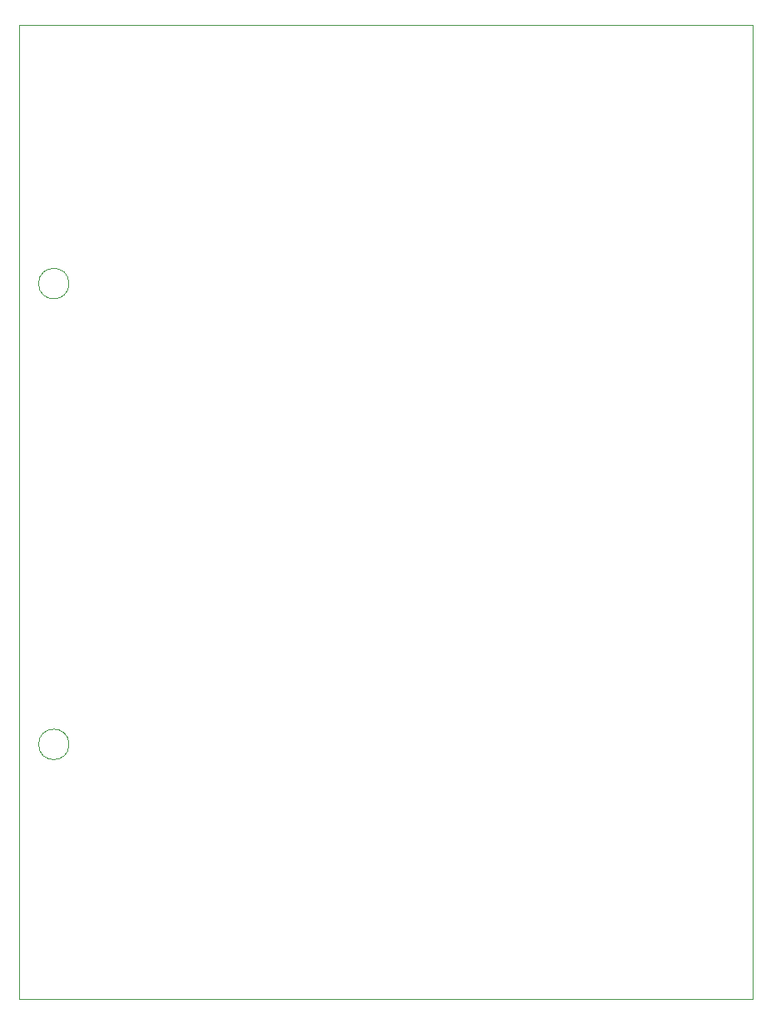
<source format=gm1>
%TF.GenerationSoftware,KiCad,Pcbnew,8.0.3+1*%
%TF.CreationDate,2024-07-14T18:41:45+02:00*%
%TF.ProjectId,QL_GST_Rom_board,514c5f47-5354-45f5-926f-6d5f626f6172,rev?*%
%TF.SameCoordinates,Original*%
%TF.FileFunction,Profile,NP*%
%FSLAX46Y46*%
G04 Gerber Fmt 4.6, Leading zero omitted, Abs format (unit mm)*
G04 Created by KiCad (PCBNEW 8.0.3+1) date 2024-07-14 18:41:45*
%MOMM*%
%LPD*%
G01*
G04 APERTURE LIST*
%TA.AperFunction,Profile*%
%ADD10C,0.100000*%
%TD*%
G04 APERTURE END LIST*
D10*
X169164000Y-142240000D02*
X169164000Y-43180000D01*
X174270000Y-69469000D02*
G75*
G02*
X171170000Y-69469000I-1550000J0D01*
G01*
X171170000Y-69469000D02*
G75*
G02*
X174270000Y-69469000I1550000J0D01*
G01*
X243840000Y-142240000D02*
X169164000Y-142240000D01*
X243840000Y-43180000D02*
X243840000Y-142240000D01*
X174270000Y-116332000D02*
G75*
G02*
X171170000Y-116332000I-1550000J0D01*
G01*
X171170000Y-116332000D02*
G75*
G02*
X174270000Y-116332000I1550000J0D01*
G01*
X169164000Y-43180000D02*
X243840000Y-43180000D01*
M02*

</source>
